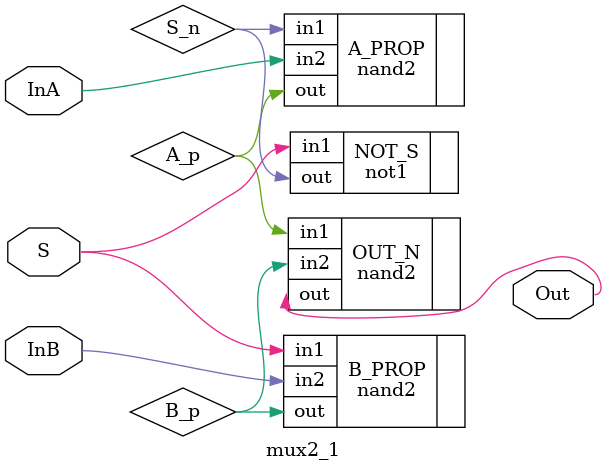
<source format=v>
module mux2_1(InA, InB, S, Out);
   input InA;
   input InB;
   input S;
   output Out;

   wire   S_n;                  // Select A
   wire   A_p, B_p;             // Propagate A, B

   not1  NOT_S(.in1(S), .out(S_n));
   
   nand2 A_PROP(.in1(S_n), .in2(InA), .out(A_p));
   nand2 B_PROP(.in1(S)  , .in2(InB), .out(B_p));

   nand2 OUT_N(.in1(A_p), .in2(B_p), .out(Out));

endmodule // mux2_1


</source>
